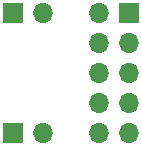
<source format=gbr>
%TF.GenerationSoftware,KiCad,Pcbnew,(6.0.2-0)*%
%TF.CreationDate,2022-02-21T10:23:54+09:00*%
%TF.ProjectId,EurorackPowerForBreadboard,4575726f-7261-4636-9b50-6f776572466f,B*%
%TF.SameCoordinates,Original*%
%TF.FileFunction,Soldermask,Bot*%
%TF.FilePolarity,Negative*%
%FSLAX46Y46*%
G04 Gerber Fmt 4.6, Leading zero omitted, Abs format (unit mm)*
G04 Created by KiCad (PCBNEW (6.0.2-0)) date 2022-02-21 10:23:54*
%MOMM*%
%LPD*%
G01*
G04 APERTURE LIST*
%ADD10R,1.700000X1.700000*%
%ADD11O,1.700000X1.700000*%
G04 APERTURE END LIST*
D10*
%TO.C,J3*%
X120280000Y-99060000D03*
D11*
X117740000Y-99060000D03*
X120280000Y-101600000D03*
X117740000Y-101600000D03*
X120280000Y-104140000D03*
X117740000Y-104140000D03*
X120280000Y-106680000D03*
X117740000Y-106680000D03*
X120280000Y-109220000D03*
X117740000Y-109220000D03*
%TD*%
D10*
%TO.C,J2*%
X110490000Y-109220000D03*
D11*
X113030000Y-109220000D03*
%TD*%
D10*
%TO.C,J1*%
X110490000Y-99060000D03*
D11*
X113030000Y-99060000D03*
%TD*%
M02*

</source>
